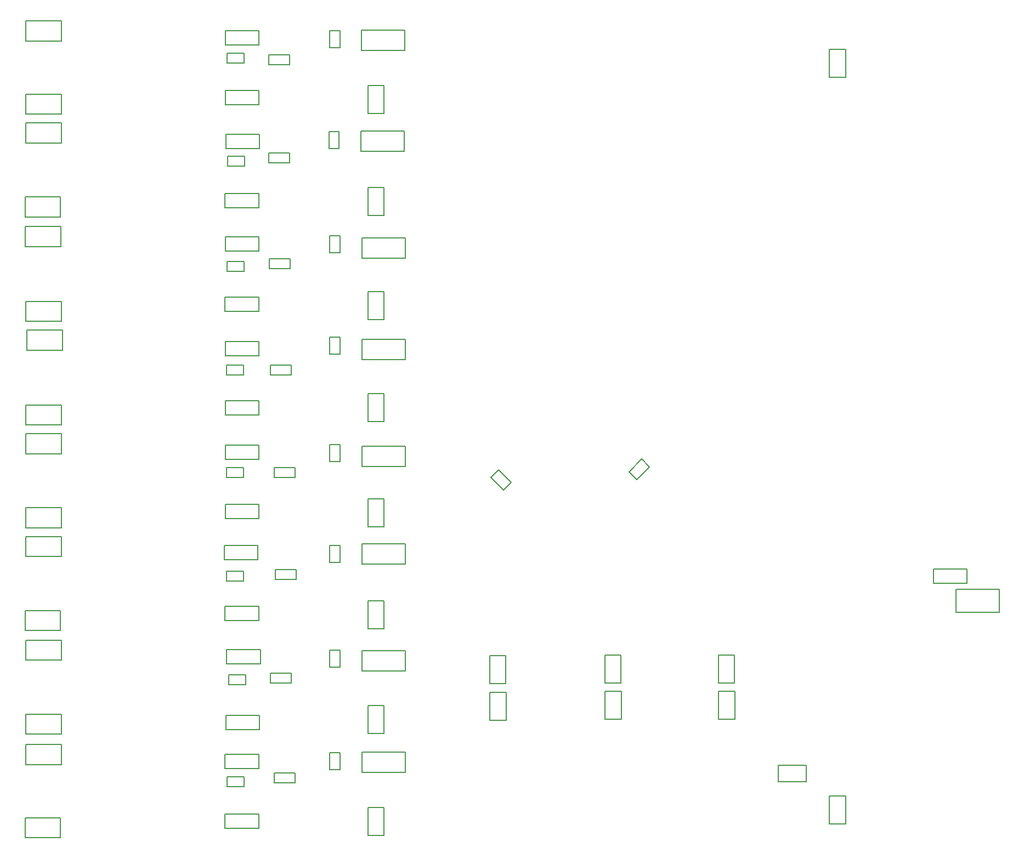
<source format=gbr>
%TF.GenerationSoftware,Altium Limited,Altium Designer,21.6.4 (81)*%
G04 Layer_Color=32768*
%FSLAX43Y43*%
%MOMM*%
%TF.SameCoordinates,5D8205C6-A8A5-4108-8313-488A8EE5113E*%
%TF.FilePolarity,Positive*%
%TF.FileFunction,Other,Bottom_Courtyard*%
%TF.Part,Single*%
G01*
G75*
%TA.AperFunction,NonConductor*%
%ADD82C,0.200*%
D82*
X69384Y49175D02*
X74864D01*
X69384Y46075D02*
Y49175D01*
Y46075D02*
X74864D01*
Y49175D01*
X69511Y60478D02*
X74991D01*
X69511Y57378D02*
Y60478D01*
Y57378D02*
X74991D01*
Y60478D01*
X69511Y65177D02*
X74991D01*
X69511Y62077D02*
Y65177D01*
Y62077D02*
X74991D01*
Y65177D01*
X69384Y81179D02*
X74864D01*
X69384Y78079D02*
Y81179D01*
Y78079D02*
X74864D01*
Y81179D01*
X69511Y92609D02*
X74991D01*
X69511Y89509D02*
Y92609D01*
Y89509D02*
X74991D01*
Y92609D01*
X69511Y97054D02*
X74991D01*
X69511Y93954D02*
Y97054D01*
Y93954D02*
X74991D01*
Y97054D01*
X69511Y108484D02*
X74991D01*
X69511Y105384D02*
Y108484D01*
Y105384D02*
X74991D01*
Y108484D01*
X69523Y112929D02*
X75003D01*
X69523Y109829D02*
Y112929D01*
Y109829D02*
X75003D01*
Y112929D01*
X69650Y124486D02*
X75130D01*
X69650Y121386D02*
Y124486D01*
Y121386D02*
X75130D01*
Y124486D01*
X69523Y128931D02*
X75003D01*
X69523Y125831D02*
Y128931D01*
Y125831D02*
X75003D01*
Y128931D01*
X69396Y140488D02*
X74876D01*
X69396Y137388D02*
Y140488D01*
Y137388D02*
X74876D01*
Y140488D01*
X69384Y145060D02*
X74864D01*
X69384Y141960D02*
Y145060D01*
Y141960D02*
X74864D01*
Y145060D01*
X69523Y156490D02*
X75003D01*
X69523Y153390D02*
Y156490D01*
Y153390D02*
X75003D01*
Y156490D01*
X69523Y160935D02*
X75003D01*
X69523Y157835D02*
Y160935D01*
Y157835D02*
X75003D01*
Y160935D01*
X69523Y172238D02*
X75003D01*
X69523Y169138D02*
Y172238D01*
Y169138D02*
X75003D01*
Y172238D01*
X69523Y76607D02*
X75003D01*
X69523Y73507D02*
Y76607D01*
Y73507D02*
X75003D01*
Y76607D01*
X105470Y79672D02*
Y81872D01*
X100270Y79672D02*
X105470D01*
X100270D02*
Y81872D01*
X105470D01*
X105343Y89070D02*
Y91270D01*
X100143Y89070D02*
X105343D01*
X100143D02*
Y91270D01*
X105343D01*
X105567Y152570D02*
Y154770D01*
X100367Y152570D02*
X105567D01*
X100367D02*
Y154770D01*
X105567D01*
X122317Y157993D02*
X124825D01*
X122317D02*
Y162301D01*
X124825D01*
Y157993D02*
Y162301D01*
X122317Y78364D02*
X124825D01*
X122317D02*
Y82672D01*
X124825D01*
Y78364D02*
Y82672D01*
X122317Y62235D02*
X124825D01*
X122317D02*
Y66543D01*
X124825D01*
Y62235D02*
Y66543D01*
X122317Y46487D02*
X124825D01*
X122317D02*
Y50795D01*
X124825D01*
Y46487D02*
Y50795D01*
X121364Y56225D02*
Y59345D01*
X128064D01*
Y56225D02*
Y59345D01*
X121364Y56225D02*
X128064D01*
X121364Y71846D02*
Y74966D01*
X128064D01*
Y71846D02*
Y74966D01*
X121364Y71846D02*
X128064D01*
X121364Y88356D02*
Y91476D01*
X128064D01*
Y88356D02*
Y91476D01*
X121364Y88356D02*
X128064D01*
X121364Y103469D02*
Y106589D01*
X128064D01*
Y103469D02*
Y106589D01*
X121364Y103469D02*
X128064D01*
X121364Y119979D02*
Y123099D01*
X128064D01*
Y119979D02*
Y123099D01*
X121364Y119979D02*
X128064D01*
X121364Y135600D02*
Y138720D01*
X128064D01*
Y135600D02*
Y138720D01*
X121364Y135600D02*
X128064D01*
X121237Y152110D02*
Y155230D01*
X127937D01*
Y152110D02*
Y155230D01*
X121237Y152110D02*
X127937D01*
X121332Y167731D02*
Y170851D01*
X128032D01*
Y167731D02*
Y170851D01*
X121332Y167731D02*
X128032D01*
X116446Y170724D02*
X117996D01*
Y168112D02*
Y170724D01*
X116446Y168112D02*
X117996D01*
X116446D02*
Y170724D01*
X116319Y155195D02*
X117869D01*
Y152583D02*
Y155195D01*
X116319Y152583D02*
X117869D01*
X116319D02*
Y155195D01*
X116446Y139066D02*
X117996D01*
Y136454D02*
Y139066D01*
X116446Y136454D02*
X117996D01*
X116446D02*
Y139066D01*
Y123445D02*
X117996D01*
Y120833D02*
Y123445D01*
X116446Y120833D02*
X117996D01*
X116446D02*
Y123445D01*
Y106843D02*
X117996D01*
Y104231D02*
Y106843D01*
X116446Y104231D02*
X117996D01*
X116446D02*
Y106843D01*
Y91222D02*
X117996D01*
Y88610D02*
Y91222D01*
X116446Y88610D02*
X117996D01*
X116446D02*
Y91222D01*
Y59218D02*
X117996D01*
Y56606D02*
Y59218D01*
X116446Y56606D02*
X117996D01*
X116446D02*
Y59218D01*
X111074Y54597D02*
Y56147D01*
X107874Y54597D02*
X111074D01*
X107874D02*
Y56147D01*
X111074D01*
X110439Y69964D02*
Y71514D01*
X107239Y69964D02*
X110439D01*
X107239D02*
Y71514D01*
X110439D01*
X111201Y85966D02*
Y87516D01*
X108001Y85966D02*
X111201D01*
X108001D02*
Y87516D01*
X111201D01*
X111074Y101714D02*
Y103264D01*
X107874Y101714D02*
X111074D01*
X107874D02*
Y103264D01*
X111074D01*
X110439Y117589D02*
Y119139D01*
X107239Y117589D02*
X110439D01*
X107239D02*
Y119139D01*
X110439D01*
X110278Y133972D02*
Y135522D01*
X107078Y133972D02*
X110278D01*
X107078D02*
Y135522D01*
X110278D01*
X110185Y150355D02*
Y151905D01*
X106985Y150355D02*
X110185D01*
X106985D02*
Y151905D01*
X110185D01*
X105500Y168572D02*
Y170772D01*
X100300Y168572D02*
X105500D01*
X100300D02*
Y170772D01*
X105500D01*
X103160Y165722D02*
Y167272D01*
X100548Y165722D02*
X103160D01*
X100548D02*
Y167272D01*
X103160D01*
X103247Y149847D02*
Y151397D01*
X100635Y149847D02*
X103247D01*
X100635D02*
Y151397D01*
X103247D01*
X105470Y143426D02*
Y145626D01*
X100270Y143426D02*
X105470D01*
X100270D02*
Y145626D01*
X105470D01*
X105500Y136695D02*
Y138895D01*
X100300Y136695D02*
X105500D01*
X100300D02*
Y138895D01*
X105500D01*
X105470Y127424D02*
Y129624D01*
X100270Y127424D02*
X105470D01*
X100270D02*
Y129624D01*
X105470D01*
X103160Y133591D02*
Y135141D01*
X100548Y133591D02*
X103160D01*
X100548D02*
Y135141D01*
X103160D01*
X105500Y111422D02*
Y113622D01*
X100300Y111422D02*
X105500D01*
X100300D02*
Y113622D01*
X105500D01*
Y120566D02*
Y122766D01*
X100300Y120566D02*
X105500D01*
X100300D02*
Y122766D01*
X105500D01*
X103120Y117589D02*
Y119139D01*
X100508Y117589D02*
X103120D01*
X100508D02*
Y119139D01*
X103120D01*
X105500Y95420D02*
Y97620D01*
X100300Y95420D02*
X105500D01*
X100300D02*
Y97620D01*
X105500D01*
Y104564D02*
Y106764D01*
X100300Y104564D02*
X105500D01*
X100300D02*
Y106764D01*
X105500D01*
X103120Y101714D02*
Y103264D01*
X100508Y101714D02*
X103120D01*
X100508D02*
Y103264D01*
X103120D01*
X105597Y62781D02*
Y64981D01*
X100397Y62781D02*
X105597D01*
X100397D02*
Y64981D01*
X105597D01*
X105470Y56812D02*
Y59012D01*
X100270Y56812D02*
X105470D01*
X100270D02*
Y59012D01*
X105470D01*
X103160Y53962D02*
Y55512D01*
X100548Y53962D02*
X103160D01*
X100548D02*
Y55512D01*
X103160D01*
X141284Y101735D02*
X143264Y99755D01*
X144466Y100957D01*
X142486Y102937D02*
X144466Y100957D01*
X141284Y101735D02*
X142486Y102937D01*
X162620Y102608D02*
X163822Y101406D01*
X162620Y102608D02*
X164600Y104588D01*
X165802Y103386D01*
X163822Y101406D02*
X165802Y103386D01*
X158893Y69982D02*
X161401D01*
X158893D02*
Y74290D01*
X161401D01*
Y69982D02*
Y74290D01*
X176395Y64395D02*
X178951D01*
X176395D02*
Y68701D01*
X178951D01*
Y64395D02*
Y68701D01*
X141089Y64268D02*
X143645D01*
X141089D02*
Y68574D01*
X143645D01*
Y64268D02*
Y68574D01*
X158869Y64395D02*
X161425D01*
X158869D02*
Y68701D01*
X161425D01*
Y64395D02*
Y68701D01*
X185679Y54753D02*
Y57261D01*
X189987D01*
Y54753D02*
Y57261D01*
X185679Y54753D02*
X189987D01*
X219758Y80877D02*
Y84477D01*
X213058Y80877D02*
X219758D01*
X213058D02*
Y84477D01*
X219758D01*
X209617Y85387D02*
Y87587D01*
X214817D01*
Y85387D02*
Y87587D01*
X209617Y85387D02*
X214817D01*
X143621Y69947D02*
Y74255D01*
X141113D02*
X143621D01*
X141113Y69947D02*
Y74255D01*
Y69947D02*
X143621D01*
X178927Y69982D02*
Y74290D01*
X176419D02*
X178927D01*
X176419Y69982D02*
Y74290D01*
Y69982D02*
X178927D01*
X193564Y167889D02*
X196072D01*
Y163581D02*
Y167889D01*
X193564Y163581D02*
X196072D01*
X193564D02*
Y167889D01*
X196072Y48265D02*
Y52573D01*
X193564D02*
X196072D01*
X193564Y48265D02*
Y52573D01*
Y48265D02*
X196072D01*
X124825Y142245D02*
Y146553D01*
X122317D02*
X124825D01*
X122317Y142245D02*
Y146553D01*
Y142245D02*
X124825D01*
Y126116D02*
Y130424D01*
X122317D02*
X124825D01*
X122317Y126116D02*
Y130424D01*
Y126116D02*
X124825D01*
Y110368D02*
Y114676D01*
X122317D02*
X124825D01*
X122317Y110368D02*
Y114676D01*
Y110368D02*
X124825D01*
Y94112D02*
Y98420D01*
X122317D02*
X124825D01*
X122317Y94112D02*
Y98420D01*
Y94112D02*
X124825D01*
X116446Y72446D02*
Y75058D01*
Y72446D02*
X117996D01*
Y75058D01*
X116446D02*
X117996D01*
X106985Y167018D02*
X110185D01*
X106985Y165468D02*
Y167018D01*
Y165468D02*
X110185D01*
Y167018D01*
X100524Y75141D02*
X105724D01*
X100524Y72941D02*
Y75141D01*
Y72941D02*
X105724D01*
Y75141D01*
X100802Y71260D02*
X103414D01*
X100802Y69710D02*
Y71260D01*
Y69710D02*
X103414D01*
Y71260D01*
X100270Y49741D02*
X105470D01*
X100270Y47541D02*
Y49741D01*
Y47541D02*
X105470D01*
Y49741D01*
X100508Y87262D02*
X103120D01*
X100508Y85712D02*
Y87262D01*
Y85712D02*
X103120D01*
Y87262D01*
X100300Y161501D02*
X105500D01*
X100300Y159301D02*
Y161501D01*
Y159301D02*
X105500D01*
Y161501D01*
%TF.MD5,f91a7328f8a9c4d1af1938bb76778147*%
M02*

</source>
